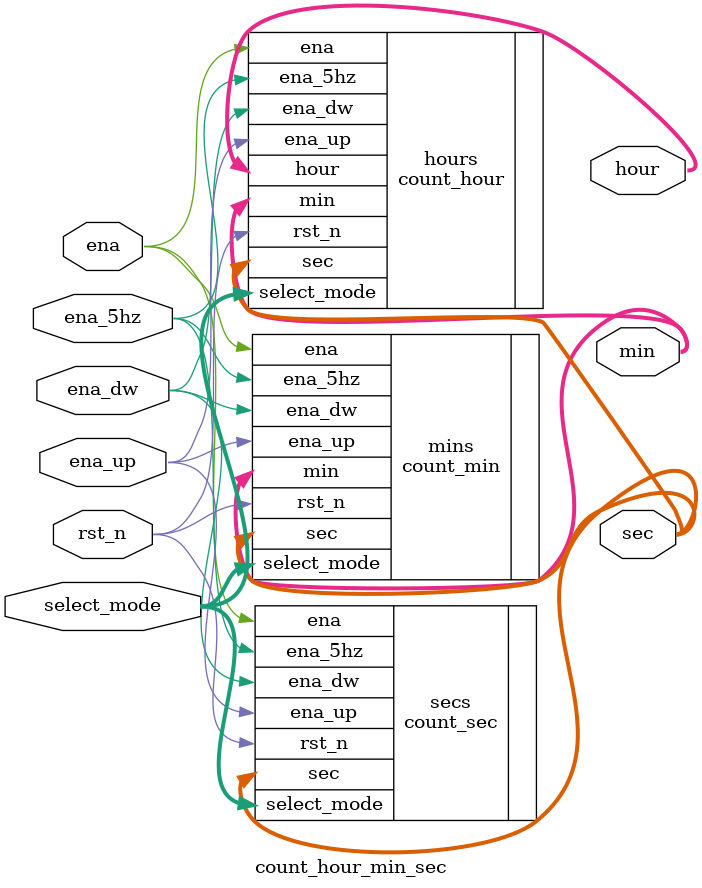
<source format=v>
module count_hour_min_sec (
    input rst_n,
    input ena, ena_5hz, 
    input ena_up, ena_dw,
    input  [1:0] select_mode,
    output [5:0] hour, min, sec
);
    count_hour hours (.rst_n(rst_n), .ena(ena), .ena_5hz(ena_5hz), .ena_up(ena_up), .ena_dw(ena_dw), .select_mode(select_mode), .min(min), .sec(sec), .hour(hour));
    count_min  mins  (.rst_n(rst_n), .ena(ena), .ena_5hz(ena_5hz), .ena_up(ena_up), .ena_dw(ena_dw), .select_mode(select_mode), .sec(sec), .min(min));
    count_sec  secs  (.rst_n(rst_n), .ena(ena), .ena_5hz(ena_5hz), .ena_up(ena_up), .ena_dw(ena_dw), .select_mode(select_mode), .sec(sec));

endmodule
</source>
